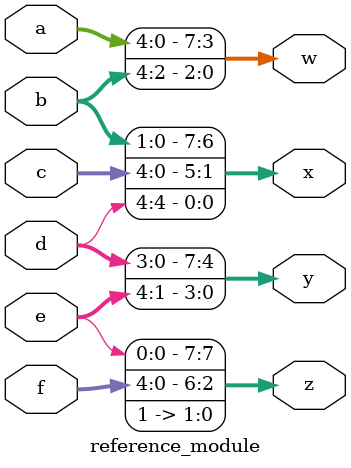
<source format=sv>
module reference_module (
	input [4:0] a,
	input [4:0] b,
	input [4:0] c,
	input [4:0] d,
	input [4:0] e,
	input [4:0] f,
	output [7:0] w,
	output [7:0] x,
	output [7:0] y,
	output [7:0] z
);

	assign { w,x,y,z} = {a,b,c,d,e,f,2'b11};
	
endmodule

</source>
